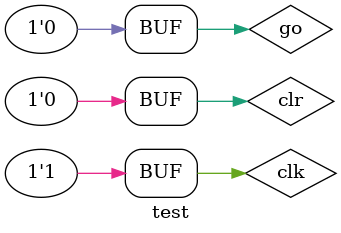
<source format=v>
`timescale 1ns / 1ps


module test();
    reg clk,clr,go;
    wire[7:0]SEG,AN;
    single_cycle cpu(clk,clr,go,SEG,AN);
    initial begin
        clr=0;
        go=0;
    end
    always begin
        clk=0;
        #10;
        clk=1;
        #10;
    end
endmodule

</source>
